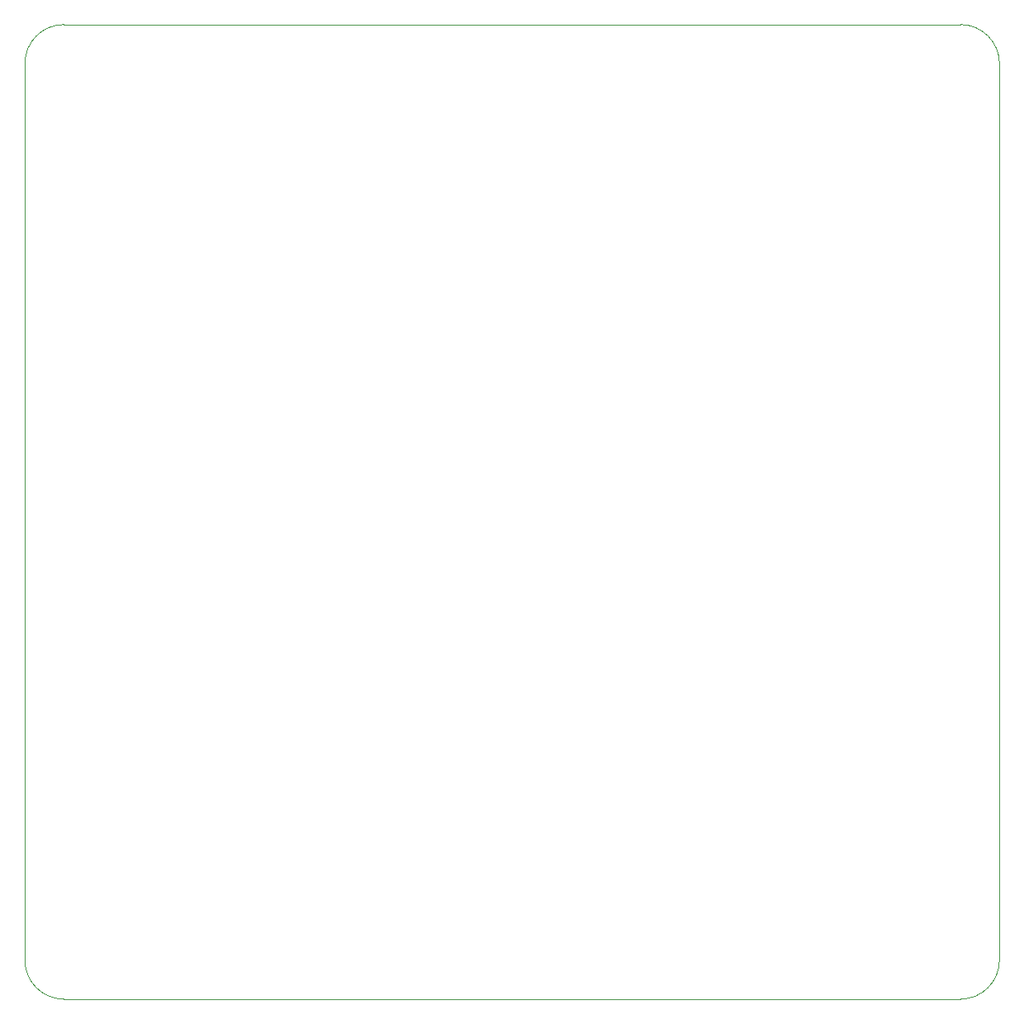
<source format=gbr>
%TF.GenerationSoftware,KiCad,Pcbnew,8.0.5*%
%TF.CreationDate,2025-01-18T12:22:12-08:00*%
%TF.ProjectId,dsp3,64737033-2e6b-4696-9361-645f70636258,rev?*%
%TF.SameCoordinates,Original*%
%TF.FileFunction,Profile,NP*%
%FSLAX46Y46*%
G04 Gerber Fmt 4.6, Leading zero omitted, Abs format (unit mm)*
G04 Created by KiCad (PCBNEW 8.0.5) date 2025-01-18 12:22:12*
%MOMM*%
%LPD*%
G01*
G04 APERTURE LIST*
%TA.AperFunction,Profile*%
%ADD10C,0.100000*%
%TD*%
G04 APERTURE END LIST*
D10*
X106000000Y-144000000D02*
X106000000Y-52000000D01*
X202000000Y-148000000D02*
X110000000Y-148000000D01*
X206000000Y-52000000D02*
X206000000Y-144000000D01*
X110000000Y-48000000D02*
X202000000Y-48000000D01*
X106000000Y-52000000D02*
G75*
G02*
X110000000Y-48000000I4000000J0D01*
G01*
X110000000Y-148000000D02*
G75*
G02*
X106000000Y-144000000I0J4000000D01*
G01*
X206000000Y-144000000D02*
G75*
G02*
X202000000Y-148000000I-4000000J0D01*
G01*
X202000000Y-48000000D02*
G75*
G02*
X206000000Y-52000000I0J-4000000D01*
G01*
M02*

</source>
